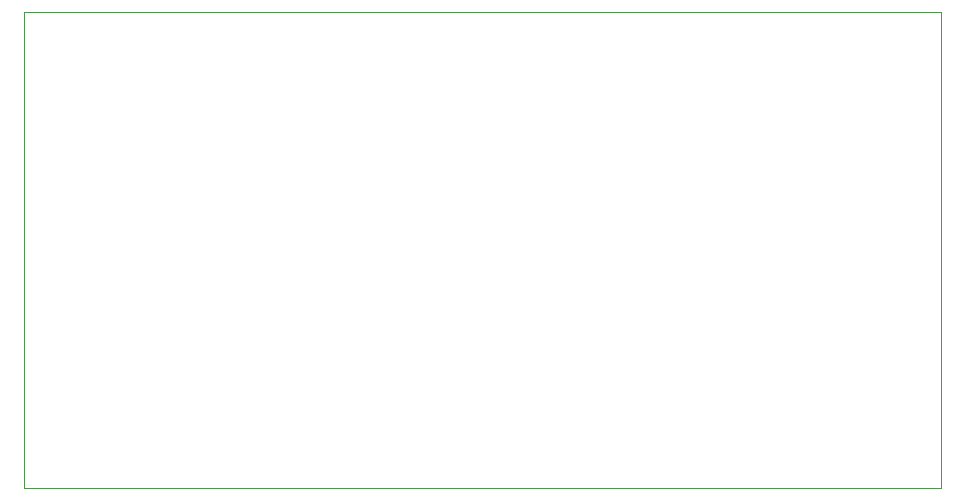
<source format=gbr>
%TF.GenerationSoftware,KiCad,Pcbnew,(6.0.8-1)-1*%
%TF.CreationDate,2022-11-08T13:41:34-07:00*%
%TF.ProjectId,AirU,41697255-2e6b-4696-9361-645f70636258,rev?*%
%TF.SameCoordinates,Original*%
%TF.FileFunction,Profile,NP*%
%FSLAX46Y46*%
G04 Gerber Fmt 4.6, Leading zero omitted, Abs format (unit mm)*
G04 Created by KiCad (PCBNEW (6.0.8-1)-1) date 2022-11-08 13:41:34*
%MOMM*%
%LPD*%
G01*
G04 APERTURE LIST*
%TA.AperFunction,Profile*%
%ADD10C,0.100000*%
%TD*%
G04 APERTURE END LIST*
D10*
X199500000Y-62100000D02*
X121800000Y-62100000D01*
X121800000Y-62100000D02*
X121800000Y-21800000D01*
X121800000Y-21800000D02*
X199500000Y-21800000D01*
X199500000Y-21800000D02*
X199500000Y-62100000D01*
M02*

</source>
